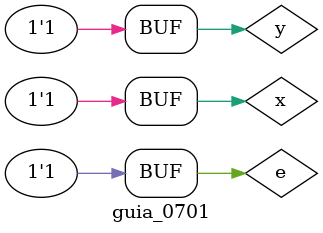
<source format=v>
module mux(output w, input x, input y, input e);
	wire andxy, nandxy, note, amux1, amux2;
	
	not  NOT1     (note, e);
	
	and  AND1     ( andxy, x, y);
	nand NAND1    (nandxy, x, y);
	
	and  AND2     (amux1, andxy , note);
	and  AND3     (amux2, nandxy, e);

	or   OR1      (w, amux1, amux2);
endmodule // mux

module guia_0701;
	reg x, y, e;
	wire w;

	mux MUX1(w, x, y, e);

	initial begin : start
		x = 1'b0; y = 1'b0; e = 1'b0;
	end // start

	initial begin : main
		$display("x y e w");
		$monitor("%b %b %b %b", x, y, e, w);
		#1 x = 1'b0; y = 1'b0; e = 1'b0;
		#1 x = 1'b0; y = 1'b0; e = 1'b1;
		#1 x = 1'b0; y = 1'b0; e = 1'b1;
		#1 x = 1'b0; y = 1'b1; e = 1'b0;
		#1 x = 1'b0; y = 1'b1; e = 1'b1;
		#1 x = 1'b1; y = 1'b0; e = 1'b0;
		#1 x = 1'b1; y = 1'b0; e = 1'b1;
		#1 x = 1'b1; y = 1'b1; e = 1'b0;
		#1 x = 1'b1; y = 1'b1; e = 1'b1;
	end // main

endmodule // guia_0701

</source>
